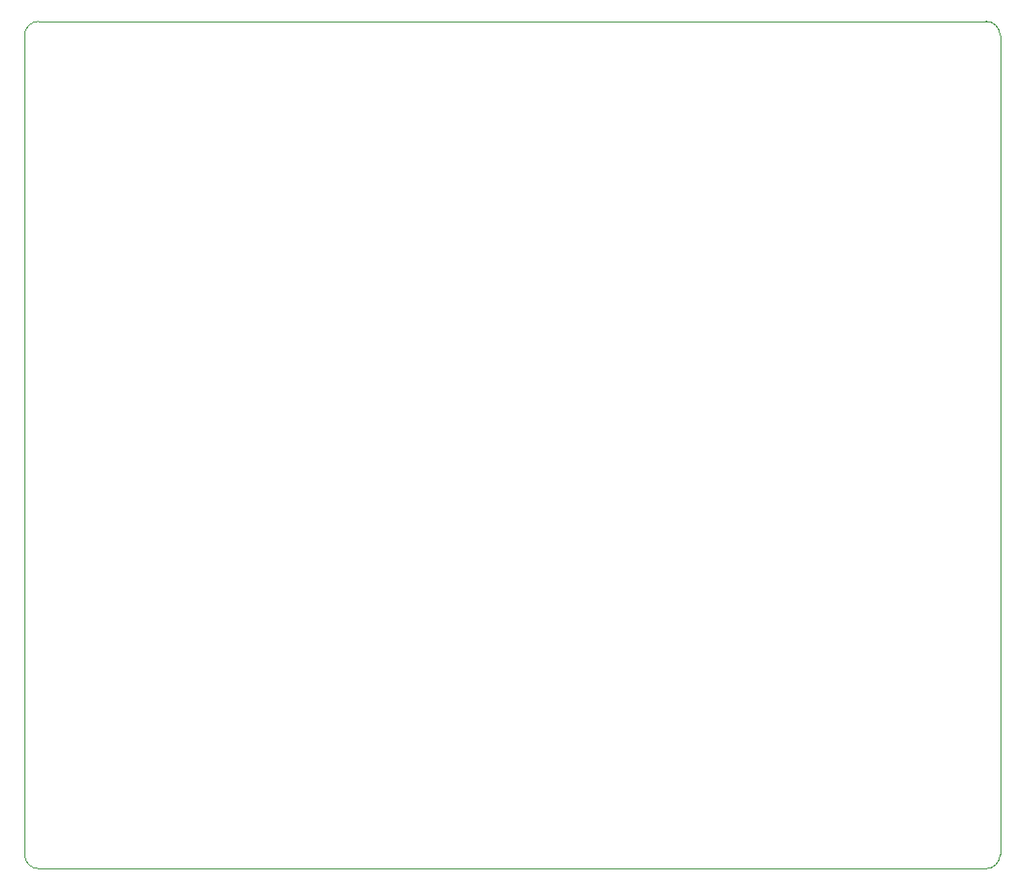
<source format=gbr>
%TF.GenerationSoftware,Altium Limited,Altium Designer,23.3.1 (30)*%
G04 Layer_Color=0*
%FSLAX45Y45*%
%MOMM*%
%TF.SameCoordinates,5468FEB5-A0EC-45A8-B7CF-D9D5DC2F6AF5*%
%TF.FilePolarity,Positive*%
%TF.FileFunction,Profile,NP*%
%TF.Part,Single*%
G01*
G75*
%TA.AperFunction,Profile*%
%ADD62C,0.02540*%
D62*
X5050000Y3177000D02*
G03*
X5177000Y3050000I127000J0D01*
G01*
X13723000D01*
D02*
G03*
X13850000Y3177000I0J127000D01*
G01*
Y10573000D01*
D02*
G03*
X13723000Y10700000I-127000J0D01*
G01*
X5177000D01*
D02*
G03*
X5050000Y10573000I0J-127000D01*
G01*
Y3177000D01*
%TF.MD5,71b6617b7ff61a2b08399bfb65390295*%
M02*

</source>
